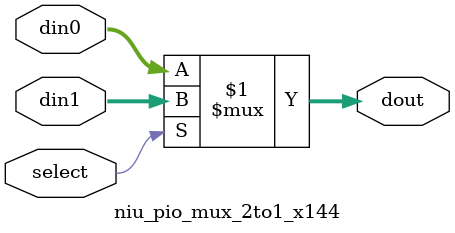
<source format=v>
/*%W%	%G%*/

/*****************************************************************
 *
 * File Name    : niu_pio_macros.v
 * Author Name  : John Lo
 * Description  : It contains macros.
 *                
 * Parent Module: 
 * Child  Module: 
 * Interface Mod: many.
 * Date Created : 3/15/04
 *
 * Copyright (c) 2020, Sun Microsystems, Inc. 
 * Sun Proprietary and Confidential   
 *
 * Modification :
 * 
 ****************************************************************/


//*****************************
// Register xREG2
//*****************************
module pio_xREG2 (clk,reset,reset_value,load,din,qout);

   parameter dwidth = 10;
   input               clk;
   input               reset;
   input [dwidth-1:0]  reset_value;
   input 	       load;
   input [dwidth-1:0]  din;
   output [dwidth-1:0] qout;

   reg [dwidth-1:0]  qout;
   

always @ (posedge clk)
  if (reset)
    qout <= reset_value;
  else if (load)
    qout <= din;
  else
    qout <= qout;

endmodule


/***********************************
 * 1 bit rst reset dff
 ***********************************/
module rffre (clk,reset,rst,en,d,q);

   input        clk;
   input 	reset;
   input 	rst;
   input 	en;
   input       	d;
   output       q;

reg     nx_q;
wire    q;

always @ (rst or en or d or q)
  if (rst)
    nx_q = 0;
  else if (en)
    nx_q = d;
  else
    nx_q = q;
   
dffr #(1) dffr (.clk(clk),.reset(reset),.d(nx_q),.q(q));
 
endmodule

/***********************************
 * 6 bit count down counter
 ***********************************/
module timer_6bit (clk,reset,rst,dec,en,d,q);

   input        clk;
   input 	reset;
   input 	rst;
   input 	dec;
   input 	en;
   input [5:0] 	d;
   output [5:0] q;

reg    [5:0] nx_q;
wire   [5:0] q;

always @ (rst or en or d or q or dec)
  if (rst)
    nx_q = 0;
  else if (en)
    nx_q = d;
  else if (~(|q))  // q == 0
    nx_q = q;
  else if (dec)
    nx_q = q -1;
  else
    nx_q = q;
   
dffr #(6) dffr (.clk(clk),.reset(reset),.d(nx_q),.q(q));
 
endmodule // timer_6bit

/***********************************
 * 20 bit resolution counter
 ***********************************/
module rtimer_20bit (clk,reset,dec_timer,en,d,q);

   input          clk;
   input 	  reset;
   input 	  en;
   input  [19:0]  d;
   output 	  dec_timer;
   output [19:0]  q;
      

reg    [19:0] nx_cnt;
wire   [19:0] cnt;
wire          timer_pls;

dffre #(20) resolution_dffre (.clk(clk),.reset(reset),.en(en),.d(d),.q(q));
   
// assign    nx_cnt = cnt +1;
always @ (q or cnt or timer_pls)
  if ((~(|q)) | timer_pls)  // q == 0
    nx_cnt = 0;
  else
    nx_cnt = cnt+1;
   
dffr #(20)  cnt_dffr (.clk(clk),.reset(reset),.d(nx_cnt),.q(cnt));

   assign timer_pls = (cnt == q) ;
   
df1 #(1) dec_timer_df1 (.clk(clk),.d(timer_pls),.q(dec_timer));

endmodule // timer_6bit




module niu_pls_gen2 (clk,sig_in,lead,trail);
   input sig_in, clk;
   output lead,trail;

   wire   sig_in, sig_out,lead,trail;
   df1 sig_out_df1 (.clk(clk),.d(sig_in),.q(sig_out));   
   assign lead =  sig_in & ~sig_out;
   assign trail= ~sig_in &  sig_out;

endmodule




module mux_r64to1(din,sel,dout);
   input [63:0] 	      din;
   input [5:0]		      sel;
   output 		      dout;

   wire [5:0] 		      sel;
   reg 			      dout;
   
always @ (sel or din) 
   casex(sel)  // synopsys parallel_case full_case
     6'd0  : dout = din[63]  ;
     6'd1  : dout = din[62]  ;
     6'd2  : dout = din[61]  ;
     6'd3  : dout = din[60]  ;
     6'd4  : dout = din[59]  ;
     6'd5  : dout = din[58]  ;
     6'd6  : dout = din[57]  ;
     6'd7  : dout = din[56]  ;
     6'd8  : dout = din[55]  ;
     6'd9  : dout = din[54]  ;
     6'd10 : dout = din[53] ;
     6'd11 : dout = din[52] ;
     6'd12 : dout = din[51] ;
     6'd13 : dout = din[50] ;
     6'd14 : dout = din[49] ;
     6'd15 : dout = din[48] ;
     6'd16 : dout = din[47] ;
     6'd17 : dout = din[46] ;
     6'd18 : dout = din[45] ;
     6'd19 : dout = din[44] ;
     6'd20 : dout = din[43] ;
     6'd21 : dout = din[42] ;
     6'd22 : dout = din[41] ;
     6'd23 : dout = din[40] ;
     6'd24 : dout = din[39] ;
     6'd25 : dout = din[38] ;
     6'd26 : dout = din[37] ;
     6'd27 : dout = din[36] ;
     6'd28 : dout = din[35] ;
     6'd29 : dout = din[34] ;
     6'd30 : dout = din[33] ;
     6'd31 : dout = din[32] ;
     6'd32 : dout = din[31] ;
     6'd33 : dout = din[30] ;
     6'd34 : dout = din[29] ;
     6'd35 : dout = din[28] ;
     6'd36 : dout = din[27] ;
     6'd37 : dout = din[26] ;
     6'd38 : dout = din[25] ;
     6'd39 : dout = din[24] ;
     6'd40 : dout = din[23] ;
     6'd41 : dout = din[22] ;
     6'd42 : dout = din[21] ;
     6'd43 : dout = din[20] ;
     6'd44 : dout = din[19] ;
     6'd45 : dout = din[18] ;
     6'd46 : dout = din[17] ;
     6'd47 : dout = din[16] ;
     6'd48 : dout = din[15] ;
     6'd49 : dout = din[14] ;
     6'd50 : dout = din[13] ;
     6'd51 : dout = din[12] ;
     6'd52 : dout = din[11] ;
     6'd53 : dout = din[10] ;
     6'd54 : dout = din[9] ;
     6'd55 : dout = din[8] ;
     6'd56 : dout = din[7] ;
     6'd57 : dout = din[6] ;
     6'd58 : dout = din[5] ;
     6'd59 : dout = din[4] ;
     6'd60 : dout = din[3] ;
     6'd61 : dout = din[2] ;
     6'd62 : dout = din[1] ;
     6'd63 : dout = din[0] ;
   endcase

endmodule // mux_r64to1




module niu_pio_mux_2to1_x144(dout, select, din1, din0);
 input           select;
 input  [143:0]  din1, din0;
 output [143:0]  dout;

 wire   [143:0]  din1, din0, dout;

// Use the following code when IBM is NOT used as founder   
 assign  dout = select ? din1 : din0;

 
endmodule // niu_pio_mux_2to1_x144




</source>
